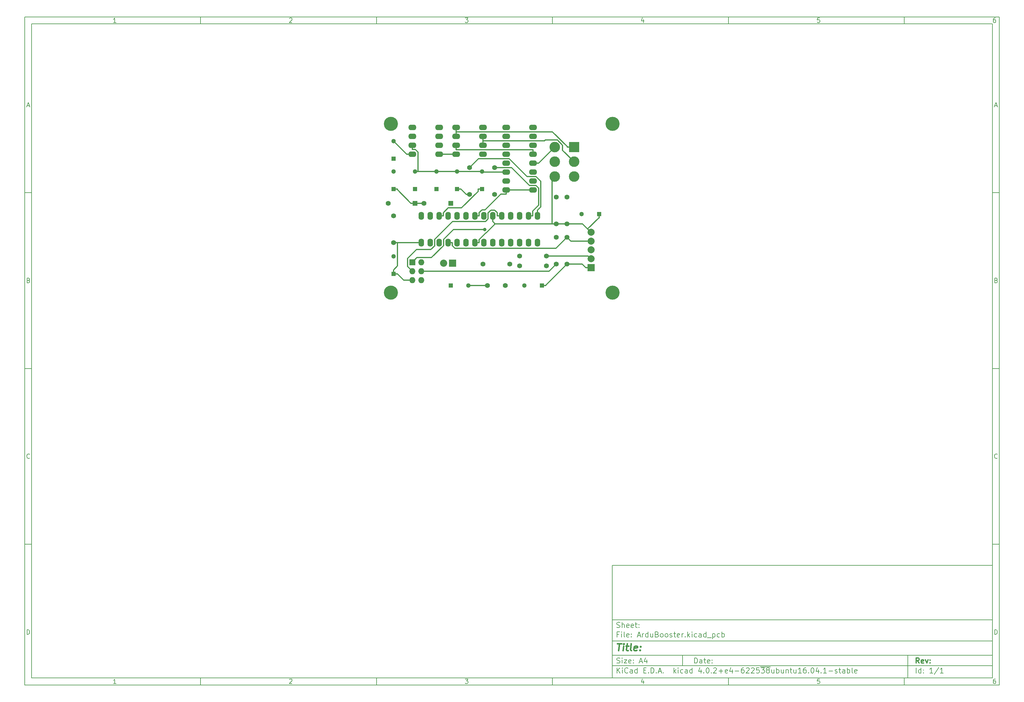
<source format=gtl>
G04 #@! TF.FileFunction,Copper,L1,Top,Signal*
%FSLAX46Y46*%
G04 Gerber Fmt 4.6, Leading zero omitted, Abs format (unit mm)*
G04 Created by KiCad (PCBNEW 4.0.2+e4-6225~38~ubuntu16.04.1-stable) date Sex 26 Ago 2016 11:34:32 BRT*
%MOMM*%
G01*
G04 APERTURE LIST*
%ADD10C,0.100000*%
%ADD11C,0.150000*%
%ADD12C,0.300000*%
%ADD13C,0.400000*%
%ADD14C,4.000000*%
%ADD15O,2.300000X1.600000*%
%ADD16R,1.300000X1.300000*%
%ADD17C,1.300000*%
%ADD18R,1.397000X1.397000*%
%ADD19C,1.397000*%
%ADD20O,1.600000X2.300000*%
%ADD21R,1.727200X1.727200*%
%ADD22O,1.727200X1.727200*%
%ADD23R,2.032000X2.032000*%
%ADD24O,2.032000X2.032000*%
%ADD25R,2.000000X2.000000*%
%ADD26C,2.000000*%
%ADD27R,3.000000X3.000000*%
%ADD28C,3.000000*%
%ADD29C,1.422400*%
%ADD30C,1.000000*%
G04 APERTURE END LIST*
D10*
D11*
X177002200Y-166007200D02*
X177002200Y-198007200D01*
X285002200Y-198007200D01*
X285002200Y-166007200D01*
X177002200Y-166007200D01*
D10*
D11*
X10000000Y-10000000D02*
X10000000Y-200007200D01*
X287002200Y-200007200D01*
X287002200Y-10000000D01*
X10000000Y-10000000D01*
D10*
D11*
X12000000Y-12000000D02*
X12000000Y-198007200D01*
X285002200Y-198007200D01*
X285002200Y-12000000D01*
X12000000Y-12000000D01*
D10*
D11*
X60000000Y-12000000D02*
X60000000Y-10000000D01*
D10*
D11*
X110000000Y-12000000D02*
X110000000Y-10000000D01*
D10*
D11*
X160000000Y-12000000D02*
X160000000Y-10000000D01*
D10*
D11*
X210000000Y-12000000D02*
X210000000Y-10000000D01*
D10*
D11*
X260000000Y-12000000D02*
X260000000Y-10000000D01*
D10*
D11*
X35990476Y-11588095D02*
X35247619Y-11588095D01*
X35619048Y-11588095D02*
X35619048Y-10288095D01*
X35495238Y-10473810D01*
X35371429Y-10597619D01*
X35247619Y-10659524D01*
D10*
D11*
X85247619Y-10411905D02*
X85309524Y-10350000D01*
X85433333Y-10288095D01*
X85742857Y-10288095D01*
X85866667Y-10350000D01*
X85928571Y-10411905D01*
X85990476Y-10535714D01*
X85990476Y-10659524D01*
X85928571Y-10845238D01*
X85185714Y-11588095D01*
X85990476Y-11588095D01*
D10*
D11*
X135185714Y-10288095D02*
X135990476Y-10288095D01*
X135557143Y-10783333D01*
X135742857Y-10783333D01*
X135866667Y-10845238D01*
X135928571Y-10907143D01*
X135990476Y-11030952D01*
X135990476Y-11340476D01*
X135928571Y-11464286D01*
X135866667Y-11526190D01*
X135742857Y-11588095D01*
X135371429Y-11588095D01*
X135247619Y-11526190D01*
X135185714Y-11464286D01*
D10*
D11*
X185866667Y-10721429D02*
X185866667Y-11588095D01*
X185557143Y-10226190D02*
X185247619Y-11154762D01*
X186052381Y-11154762D01*
D10*
D11*
X235928571Y-10288095D02*
X235309524Y-10288095D01*
X235247619Y-10907143D01*
X235309524Y-10845238D01*
X235433333Y-10783333D01*
X235742857Y-10783333D01*
X235866667Y-10845238D01*
X235928571Y-10907143D01*
X235990476Y-11030952D01*
X235990476Y-11340476D01*
X235928571Y-11464286D01*
X235866667Y-11526190D01*
X235742857Y-11588095D01*
X235433333Y-11588095D01*
X235309524Y-11526190D01*
X235247619Y-11464286D01*
D10*
D11*
X285866667Y-10288095D02*
X285619048Y-10288095D01*
X285495238Y-10350000D01*
X285433333Y-10411905D01*
X285309524Y-10597619D01*
X285247619Y-10845238D01*
X285247619Y-11340476D01*
X285309524Y-11464286D01*
X285371429Y-11526190D01*
X285495238Y-11588095D01*
X285742857Y-11588095D01*
X285866667Y-11526190D01*
X285928571Y-11464286D01*
X285990476Y-11340476D01*
X285990476Y-11030952D01*
X285928571Y-10907143D01*
X285866667Y-10845238D01*
X285742857Y-10783333D01*
X285495238Y-10783333D01*
X285371429Y-10845238D01*
X285309524Y-10907143D01*
X285247619Y-11030952D01*
D10*
D11*
X60000000Y-198007200D02*
X60000000Y-200007200D01*
D10*
D11*
X110000000Y-198007200D02*
X110000000Y-200007200D01*
D10*
D11*
X160000000Y-198007200D02*
X160000000Y-200007200D01*
D10*
D11*
X210000000Y-198007200D02*
X210000000Y-200007200D01*
D10*
D11*
X260000000Y-198007200D02*
X260000000Y-200007200D01*
D10*
D11*
X35990476Y-199595295D02*
X35247619Y-199595295D01*
X35619048Y-199595295D02*
X35619048Y-198295295D01*
X35495238Y-198481010D01*
X35371429Y-198604819D01*
X35247619Y-198666724D01*
D10*
D11*
X85247619Y-198419105D02*
X85309524Y-198357200D01*
X85433333Y-198295295D01*
X85742857Y-198295295D01*
X85866667Y-198357200D01*
X85928571Y-198419105D01*
X85990476Y-198542914D01*
X85990476Y-198666724D01*
X85928571Y-198852438D01*
X85185714Y-199595295D01*
X85990476Y-199595295D01*
D10*
D11*
X135185714Y-198295295D02*
X135990476Y-198295295D01*
X135557143Y-198790533D01*
X135742857Y-198790533D01*
X135866667Y-198852438D01*
X135928571Y-198914343D01*
X135990476Y-199038152D01*
X135990476Y-199347676D01*
X135928571Y-199471486D01*
X135866667Y-199533390D01*
X135742857Y-199595295D01*
X135371429Y-199595295D01*
X135247619Y-199533390D01*
X135185714Y-199471486D01*
D10*
D11*
X185866667Y-198728629D02*
X185866667Y-199595295D01*
X185557143Y-198233390D02*
X185247619Y-199161962D01*
X186052381Y-199161962D01*
D10*
D11*
X235928571Y-198295295D02*
X235309524Y-198295295D01*
X235247619Y-198914343D01*
X235309524Y-198852438D01*
X235433333Y-198790533D01*
X235742857Y-198790533D01*
X235866667Y-198852438D01*
X235928571Y-198914343D01*
X235990476Y-199038152D01*
X235990476Y-199347676D01*
X235928571Y-199471486D01*
X235866667Y-199533390D01*
X235742857Y-199595295D01*
X235433333Y-199595295D01*
X235309524Y-199533390D01*
X235247619Y-199471486D01*
D10*
D11*
X285866667Y-198295295D02*
X285619048Y-198295295D01*
X285495238Y-198357200D01*
X285433333Y-198419105D01*
X285309524Y-198604819D01*
X285247619Y-198852438D01*
X285247619Y-199347676D01*
X285309524Y-199471486D01*
X285371429Y-199533390D01*
X285495238Y-199595295D01*
X285742857Y-199595295D01*
X285866667Y-199533390D01*
X285928571Y-199471486D01*
X285990476Y-199347676D01*
X285990476Y-199038152D01*
X285928571Y-198914343D01*
X285866667Y-198852438D01*
X285742857Y-198790533D01*
X285495238Y-198790533D01*
X285371429Y-198852438D01*
X285309524Y-198914343D01*
X285247619Y-199038152D01*
D10*
D11*
X10000000Y-60000000D02*
X12000000Y-60000000D01*
D10*
D11*
X10000000Y-110000000D02*
X12000000Y-110000000D01*
D10*
D11*
X10000000Y-160000000D02*
X12000000Y-160000000D01*
D10*
D11*
X10690476Y-35216667D02*
X11309524Y-35216667D01*
X10566667Y-35588095D02*
X11000000Y-34288095D01*
X11433333Y-35588095D01*
D10*
D11*
X11092857Y-84907143D02*
X11278571Y-84969048D01*
X11340476Y-85030952D01*
X11402381Y-85154762D01*
X11402381Y-85340476D01*
X11340476Y-85464286D01*
X11278571Y-85526190D01*
X11154762Y-85588095D01*
X10659524Y-85588095D01*
X10659524Y-84288095D01*
X11092857Y-84288095D01*
X11216667Y-84350000D01*
X11278571Y-84411905D01*
X11340476Y-84535714D01*
X11340476Y-84659524D01*
X11278571Y-84783333D01*
X11216667Y-84845238D01*
X11092857Y-84907143D01*
X10659524Y-84907143D01*
D10*
D11*
X11402381Y-135464286D02*
X11340476Y-135526190D01*
X11154762Y-135588095D01*
X11030952Y-135588095D01*
X10845238Y-135526190D01*
X10721429Y-135402381D01*
X10659524Y-135278571D01*
X10597619Y-135030952D01*
X10597619Y-134845238D01*
X10659524Y-134597619D01*
X10721429Y-134473810D01*
X10845238Y-134350000D01*
X11030952Y-134288095D01*
X11154762Y-134288095D01*
X11340476Y-134350000D01*
X11402381Y-134411905D01*
D10*
D11*
X10659524Y-185588095D02*
X10659524Y-184288095D01*
X10969048Y-184288095D01*
X11154762Y-184350000D01*
X11278571Y-184473810D01*
X11340476Y-184597619D01*
X11402381Y-184845238D01*
X11402381Y-185030952D01*
X11340476Y-185278571D01*
X11278571Y-185402381D01*
X11154762Y-185526190D01*
X10969048Y-185588095D01*
X10659524Y-185588095D01*
D10*
D11*
X287002200Y-60000000D02*
X285002200Y-60000000D01*
D10*
D11*
X287002200Y-110000000D02*
X285002200Y-110000000D01*
D10*
D11*
X287002200Y-160000000D02*
X285002200Y-160000000D01*
D10*
D11*
X285692676Y-35216667D02*
X286311724Y-35216667D01*
X285568867Y-35588095D02*
X286002200Y-34288095D01*
X286435533Y-35588095D01*
D10*
D11*
X286095057Y-84907143D02*
X286280771Y-84969048D01*
X286342676Y-85030952D01*
X286404581Y-85154762D01*
X286404581Y-85340476D01*
X286342676Y-85464286D01*
X286280771Y-85526190D01*
X286156962Y-85588095D01*
X285661724Y-85588095D01*
X285661724Y-84288095D01*
X286095057Y-84288095D01*
X286218867Y-84350000D01*
X286280771Y-84411905D01*
X286342676Y-84535714D01*
X286342676Y-84659524D01*
X286280771Y-84783333D01*
X286218867Y-84845238D01*
X286095057Y-84907143D01*
X285661724Y-84907143D01*
D10*
D11*
X286404581Y-135464286D02*
X286342676Y-135526190D01*
X286156962Y-135588095D01*
X286033152Y-135588095D01*
X285847438Y-135526190D01*
X285723629Y-135402381D01*
X285661724Y-135278571D01*
X285599819Y-135030952D01*
X285599819Y-134845238D01*
X285661724Y-134597619D01*
X285723629Y-134473810D01*
X285847438Y-134350000D01*
X286033152Y-134288095D01*
X286156962Y-134288095D01*
X286342676Y-134350000D01*
X286404581Y-134411905D01*
D10*
D11*
X285661724Y-185588095D02*
X285661724Y-184288095D01*
X285971248Y-184288095D01*
X286156962Y-184350000D01*
X286280771Y-184473810D01*
X286342676Y-184597619D01*
X286404581Y-184845238D01*
X286404581Y-185030952D01*
X286342676Y-185278571D01*
X286280771Y-185402381D01*
X286156962Y-185526190D01*
X285971248Y-185588095D01*
X285661724Y-185588095D01*
D10*
D11*
X200359343Y-193785771D02*
X200359343Y-192285771D01*
X200716486Y-192285771D01*
X200930771Y-192357200D01*
X201073629Y-192500057D01*
X201145057Y-192642914D01*
X201216486Y-192928629D01*
X201216486Y-193142914D01*
X201145057Y-193428629D01*
X201073629Y-193571486D01*
X200930771Y-193714343D01*
X200716486Y-193785771D01*
X200359343Y-193785771D01*
X202502200Y-193785771D02*
X202502200Y-193000057D01*
X202430771Y-192857200D01*
X202287914Y-192785771D01*
X202002200Y-192785771D01*
X201859343Y-192857200D01*
X202502200Y-193714343D02*
X202359343Y-193785771D01*
X202002200Y-193785771D01*
X201859343Y-193714343D01*
X201787914Y-193571486D01*
X201787914Y-193428629D01*
X201859343Y-193285771D01*
X202002200Y-193214343D01*
X202359343Y-193214343D01*
X202502200Y-193142914D01*
X203002200Y-192785771D02*
X203573629Y-192785771D01*
X203216486Y-192285771D02*
X203216486Y-193571486D01*
X203287914Y-193714343D01*
X203430772Y-193785771D01*
X203573629Y-193785771D01*
X204645057Y-193714343D02*
X204502200Y-193785771D01*
X204216486Y-193785771D01*
X204073629Y-193714343D01*
X204002200Y-193571486D01*
X204002200Y-193000057D01*
X204073629Y-192857200D01*
X204216486Y-192785771D01*
X204502200Y-192785771D01*
X204645057Y-192857200D01*
X204716486Y-193000057D01*
X204716486Y-193142914D01*
X204002200Y-193285771D01*
X205359343Y-193642914D02*
X205430771Y-193714343D01*
X205359343Y-193785771D01*
X205287914Y-193714343D01*
X205359343Y-193642914D01*
X205359343Y-193785771D01*
X205359343Y-192857200D02*
X205430771Y-192928629D01*
X205359343Y-193000057D01*
X205287914Y-192928629D01*
X205359343Y-192857200D01*
X205359343Y-193000057D01*
D10*
D11*
X177002200Y-194507200D02*
X285002200Y-194507200D01*
D10*
D11*
X178359343Y-196585771D02*
X178359343Y-195085771D01*
X179216486Y-196585771D02*
X178573629Y-195728629D01*
X179216486Y-195085771D02*
X178359343Y-195942914D01*
X179859343Y-196585771D02*
X179859343Y-195585771D01*
X179859343Y-195085771D02*
X179787914Y-195157200D01*
X179859343Y-195228629D01*
X179930771Y-195157200D01*
X179859343Y-195085771D01*
X179859343Y-195228629D01*
X181430772Y-196442914D02*
X181359343Y-196514343D01*
X181145057Y-196585771D01*
X181002200Y-196585771D01*
X180787915Y-196514343D01*
X180645057Y-196371486D01*
X180573629Y-196228629D01*
X180502200Y-195942914D01*
X180502200Y-195728629D01*
X180573629Y-195442914D01*
X180645057Y-195300057D01*
X180787915Y-195157200D01*
X181002200Y-195085771D01*
X181145057Y-195085771D01*
X181359343Y-195157200D01*
X181430772Y-195228629D01*
X182716486Y-196585771D02*
X182716486Y-195800057D01*
X182645057Y-195657200D01*
X182502200Y-195585771D01*
X182216486Y-195585771D01*
X182073629Y-195657200D01*
X182716486Y-196514343D02*
X182573629Y-196585771D01*
X182216486Y-196585771D01*
X182073629Y-196514343D01*
X182002200Y-196371486D01*
X182002200Y-196228629D01*
X182073629Y-196085771D01*
X182216486Y-196014343D01*
X182573629Y-196014343D01*
X182716486Y-195942914D01*
X184073629Y-196585771D02*
X184073629Y-195085771D01*
X184073629Y-196514343D02*
X183930772Y-196585771D01*
X183645058Y-196585771D01*
X183502200Y-196514343D01*
X183430772Y-196442914D01*
X183359343Y-196300057D01*
X183359343Y-195871486D01*
X183430772Y-195728629D01*
X183502200Y-195657200D01*
X183645058Y-195585771D01*
X183930772Y-195585771D01*
X184073629Y-195657200D01*
X185930772Y-195800057D02*
X186430772Y-195800057D01*
X186645058Y-196585771D02*
X185930772Y-196585771D01*
X185930772Y-195085771D01*
X186645058Y-195085771D01*
X187287915Y-196442914D02*
X187359343Y-196514343D01*
X187287915Y-196585771D01*
X187216486Y-196514343D01*
X187287915Y-196442914D01*
X187287915Y-196585771D01*
X188002201Y-196585771D02*
X188002201Y-195085771D01*
X188359344Y-195085771D01*
X188573629Y-195157200D01*
X188716487Y-195300057D01*
X188787915Y-195442914D01*
X188859344Y-195728629D01*
X188859344Y-195942914D01*
X188787915Y-196228629D01*
X188716487Y-196371486D01*
X188573629Y-196514343D01*
X188359344Y-196585771D01*
X188002201Y-196585771D01*
X189502201Y-196442914D02*
X189573629Y-196514343D01*
X189502201Y-196585771D01*
X189430772Y-196514343D01*
X189502201Y-196442914D01*
X189502201Y-196585771D01*
X190145058Y-196157200D02*
X190859344Y-196157200D01*
X190002201Y-196585771D02*
X190502201Y-195085771D01*
X191002201Y-196585771D01*
X191502201Y-196442914D02*
X191573629Y-196514343D01*
X191502201Y-196585771D01*
X191430772Y-196514343D01*
X191502201Y-196442914D01*
X191502201Y-196585771D01*
X194502201Y-196585771D02*
X194502201Y-195085771D01*
X194645058Y-196014343D02*
X195073629Y-196585771D01*
X195073629Y-195585771D02*
X194502201Y-196157200D01*
X195716487Y-196585771D02*
X195716487Y-195585771D01*
X195716487Y-195085771D02*
X195645058Y-195157200D01*
X195716487Y-195228629D01*
X195787915Y-195157200D01*
X195716487Y-195085771D01*
X195716487Y-195228629D01*
X197073630Y-196514343D02*
X196930773Y-196585771D01*
X196645059Y-196585771D01*
X196502201Y-196514343D01*
X196430773Y-196442914D01*
X196359344Y-196300057D01*
X196359344Y-195871486D01*
X196430773Y-195728629D01*
X196502201Y-195657200D01*
X196645059Y-195585771D01*
X196930773Y-195585771D01*
X197073630Y-195657200D01*
X198359344Y-196585771D02*
X198359344Y-195800057D01*
X198287915Y-195657200D01*
X198145058Y-195585771D01*
X197859344Y-195585771D01*
X197716487Y-195657200D01*
X198359344Y-196514343D02*
X198216487Y-196585771D01*
X197859344Y-196585771D01*
X197716487Y-196514343D01*
X197645058Y-196371486D01*
X197645058Y-196228629D01*
X197716487Y-196085771D01*
X197859344Y-196014343D01*
X198216487Y-196014343D01*
X198359344Y-195942914D01*
X199716487Y-196585771D02*
X199716487Y-195085771D01*
X199716487Y-196514343D02*
X199573630Y-196585771D01*
X199287916Y-196585771D01*
X199145058Y-196514343D01*
X199073630Y-196442914D01*
X199002201Y-196300057D01*
X199002201Y-195871486D01*
X199073630Y-195728629D01*
X199145058Y-195657200D01*
X199287916Y-195585771D01*
X199573630Y-195585771D01*
X199716487Y-195657200D01*
X202216487Y-195585771D02*
X202216487Y-196585771D01*
X201859344Y-195014343D02*
X201502201Y-196085771D01*
X202430773Y-196085771D01*
X203002201Y-196442914D02*
X203073629Y-196514343D01*
X203002201Y-196585771D01*
X202930772Y-196514343D01*
X203002201Y-196442914D01*
X203002201Y-196585771D01*
X204002201Y-195085771D02*
X204145058Y-195085771D01*
X204287915Y-195157200D01*
X204359344Y-195228629D01*
X204430773Y-195371486D01*
X204502201Y-195657200D01*
X204502201Y-196014343D01*
X204430773Y-196300057D01*
X204359344Y-196442914D01*
X204287915Y-196514343D01*
X204145058Y-196585771D01*
X204002201Y-196585771D01*
X203859344Y-196514343D01*
X203787915Y-196442914D01*
X203716487Y-196300057D01*
X203645058Y-196014343D01*
X203645058Y-195657200D01*
X203716487Y-195371486D01*
X203787915Y-195228629D01*
X203859344Y-195157200D01*
X204002201Y-195085771D01*
X205145058Y-196442914D02*
X205216486Y-196514343D01*
X205145058Y-196585771D01*
X205073629Y-196514343D01*
X205145058Y-196442914D01*
X205145058Y-196585771D01*
X205787915Y-195228629D02*
X205859344Y-195157200D01*
X206002201Y-195085771D01*
X206359344Y-195085771D01*
X206502201Y-195157200D01*
X206573630Y-195228629D01*
X206645058Y-195371486D01*
X206645058Y-195514343D01*
X206573630Y-195728629D01*
X205716487Y-196585771D01*
X206645058Y-196585771D01*
X207287915Y-196014343D02*
X208430772Y-196014343D01*
X207859343Y-196585771D02*
X207859343Y-195442914D01*
X209716486Y-196514343D02*
X209573629Y-196585771D01*
X209287915Y-196585771D01*
X209145058Y-196514343D01*
X209073629Y-196371486D01*
X209073629Y-195800057D01*
X209145058Y-195657200D01*
X209287915Y-195585771D01*
X209573629Y-195585771D01*
X209716486Y-195657200D01*
X209787915Y-195800057D01*
X209787915Y-195942914D01*
X209073629Y-196085771D01*
X211073629Y-195585771D02*
X211073629Y-196585771D01*
X210716486Y-195014343D02*
X210359343Y-196085771D01*
X211287915Y-196085771D01*
X211859343Y-196014343D02*
X213002200Y-196014343D01*
X214359343Y-195085771D02*
X214073629Y-195085771D01*
X213930772Y-195157200D01*
X213859343Y-195228629D01*
X213716486Y-195442914D01*
X213645057Y-195728629D01*
X213645057Y-196300057D01*
X213716486Y-196442914D01*
X213787914Y-196514343D01*
X213930772Y-196585771D01*
X214216486Y-196585771D01*
X214359343Y-196514343D01*
X214430772Y-196442914D01*
X214502200Y-196300057D01*
X214502200Y-195942914D01*
X214430772Y-195800057D01*
X214359343Y-195728629D01*
X214216486Y-195657200D01*
X213930772Y-195657200D01*
X213787914Y-195728629D01*
X213716486Y-195800057D01*
X213645057Y-195942914D01*
X215073628Y-195228629D02*
X215145057Y-195157200D01*
X215287914Y-195085771D01*
X215645057Y-195085771D01*
X215787914Y-195157200D01*
X215859343Y-195228629D01*
X215930771Y-195371486D01*
X215930771Y-195514343D01*
X215859343Y-195728629D01*
X215002200Y-196585771D01*
X215930771Y-196585771D01*
X216502199Y-195228629D02*
X216573628Y-195157200D01*
X216716485Y-195085771D01*
X217073628Y-195085771D01*
X217216485Y-195157200D01*
X217287914Y-195228629D01*
X217359342Y-195371486D01*
X217359342Y-195514343D01*
X217287914Y-195728629D01*
X216430771Y-196585771D01*
X217359342Y-196585771D01*
X218716485Y-195085771D02*
X218002199Y-195085771D01*
X217930770Y-195800057D01*
X218002199Y-195728629D01*
X218145056Y-195657200D01*
X218502199Y-195657200D01*
X218645056Y-195728629D01*
X218716485Y-195800057D01*
X218787913Y-195942914D01*
X218787913Y-196300057D01*
X218716485Y-196442914D01*
X218645056Y-196514343D01*
X218502199Y-196585771D01*
X218145056Y-196585771D01*
X218002199Y-196514343D01*
X217930770Y-196442914D01*
X219287913Y-195085771D02*
X220216484Y-195085771D01*
X219716484Y-195657200D01*
X219930770Y-195657200D01*
X220073627Y-195728629D01*
X220145056Y-195800057D01*
X220216484Y-195942914D01*
X220216484Y-196300057D01*
X220145056Y-196442914D01*
X220073627Y-196514343D01*
X219930770Y-196585771D01*
X219502198Y-196585771D01*
X219359341Y-196514343D01*
X219287913Y-196442914D01*
X221073627Y-195728629D02*
X220930769Y-195657200D01*
X220859341Y-195585771D01*
X220787912Y-195442914D01*
X220787912Y-195371486D01*
X220859341Y-195228629D01*
X220930769Y-195157200D01*
X221073627Y-195085771D01*
X221359341Y-195085771D01*
X221502198Y-195157200D01*
X221573627Y-195228629D01*
X221645055Y-195371486D01*
X221645055Y-195442914D01*
X221573627Y-195585771D01*
X221502198Y-195657200D01*
X221359341Y-195728629D01*
X221073627Y-195728629D01*
X220930769Y-195800057D01*
X220859341Y-195871486D01*
X220787912Y-196014343D01*
X220787912Y-196300057D01*
X220859341Y-196442914D01*
X220930769Y-196514343D01*
X221073627Y-196585771D01*
X221359341Y-196585771D01*
X221502198Y-196514343D01*
X221573627Y-196442914D01*
X221645055Y-196300057D01*
X221645055Y-196014343D01*
X221573627Y-195871486D01*
X221502198Y-195800057D01*
X221359341Y-195728629D01*
X219073627Y-194827200D02*
X221930769Y-194827200D01*
X222930769Y-195585771D02*
X222930769Y-196585771D01*
X222287912Y-195585771D02*
X222287912Y-196371486D01*
X222359340Y-196514343D01*
X222502198Y-196585771D01*
X222716483Y-196585771D01*
X222859340Y-196514343D01*
X222930769Y-196442914D01*
X223645055Y-196585771D02*
X223645055Y-195085771D01*
X223645055Y-195657200D02*
X223787912Y-195585771D01*
X224073626Y-195585771D01*
X224216483Y-195657200D01*
X224287912Y-195728629D01*
X224359341Y-195871486D01*
X224359341Y-196300057D01*
X224287912Y-196442914D01*
X224216483Y-196514343D01*
X224073626Y-196585771D01*
X223787912Y-196585771D01*
X223645055Y-196514343D01*
X225645055Y-195585771D02*
X225645055Y-196585771D01*
X225002198Y-195585771D02*
X225002198Y-196371486D01*
X225073626Y-196514343D01*
X225216484Y-196585771D01*
X225430769Y-196585771D01*
X225573626Y-196514343D01*
X225645055Y-196442914D01*
X226359341Y-195585771D02*
X226359341Y-196585771D01*
X226359341Y-195728629D02*
X226430769Y-195657200D01*
X226573627Y-195585771D01*
X226787912Y-195585771D01*
X226930769Y-195657200D01*
X227002198Y-195800057D01*
X227002198Y-196585771D01*
X227502198Y-195585771D02*
X228073627Y-195585771D01*
X227716484Y-195085771D02*
X227716484Y-196371486D01*
X227787912Y-196514343D01*
X227930770Y-196585771D01*
X228073627Y-196585771D01*
X229216484Y-195585771D02*
X229216484Y-196585771D01*
X228573627Y-195585771D02*
X228573627Y-196371486D01*
X228645055Y-196514343D01*
X228787913Y-196585771D01*
X229002198Y-196585771D01*
X229145055Y-196514343D01*
X229216484Y-196442914D01*
X230716484Y-196585771D02*
X229859341Y-196585771D01*
X230287913Y-196585771D02*
X230287913Y-195085771D01*
X230145056Y-195300057D01*
X230002198Y-195442914D01*
X229859341Y-195514343D01*
X232002198Y-195085771D02*
X231716484Y-195085771D01*
X231573627Y-195157200D01*
X231502198Y-195228629D01*
X231359341Y-195442914D01*
X231287912Y-195728629D01*
X231287912Y-196300057D01*
X231359341Y-196442914D01*
X231430769Y-196514343D01*
X231573627Y-196585771D01*
X231859341Y-196585771D01*
X232002198Y-196514343D01*
X232073627Y-196442914D01*
X232145055Y-196300057D01*
X232145055Y-195942914D01*
X232073627Y-195800057D01*
X232002198Y-195728629D01*
X231859341Y-195657200D01*
X231573627Y-195657200D01*
X231430769Y-195728629D01*
X231359341Y-195800057D01*
X231287912Y-195942914D01*
X232787912Y-196442914D02*
X232859340Y-196514343D01*
X232787912Y-196585771D01*
X232716483Y-196514343D01*
X232787912Y-196442914D01*
X232787912Y-196585771D01*
X233787912Y-195085771D02*
X233930769Y-195085771D01*
X234073626Y-195157200D01*
X234145055Y-195228629D01*
X234216484Y-195371486D01*
X234287912Y-195657200D01*
X234287912Y-196014343D01*
X234216484Y-196300057D01*
X234145055Y-196442914D01*
X234073626Y-196514343D01*
X233930769Y-196585771D01*
X233787912Y-196585771D01*
X233645055Y-196514343D01*
X233573626Y-196442914D01*
X233502198Y-196300057D01*
X233430769Y-196014343D01*
X233430769Y-195657200D01*
X233502198Y-195371486D01*
X233573626Y-195228629D01*
X233645055Y-195157200D01*
X233787912Y-195085771D01*
X235573626Y-195585771D02*
X235573626Y-196585771D01*
X235216483Y-195014343D02*
X234859340Y-196085771D01*
X235787912Y-196085771D01*
X236359340Y-196442914D02*
X236430768Y-196514343D01*
X236359340Y-196585771D01*
X236287911Y-196514343D01*
X236359340Y-196442914D01*
X236359340Y-196585771D01*
X237859340Y-196585771D02*
X237002197Y-196585771D01*
X237430769Y-196585771D02*
X237430769Y-195085771D01*
X237287912Y-195300057D01*
X237145054Y-195442914D01*
X237002197Y-195514343D01*
X238502197Y-196014343D02*
X239645054Y-196014343D01*
X240287911Y-196514343D02*
X240430768Y-196585771D01*
X240716483Y-196585771D01*
X240859340Y-196514343D01*
X240930768Y-196371486D01*
X240930768Y-196300057D01*
X240859340Y-196157200D01*
X240716483Y-196085771D01*
X240502197Y-196085771D01*
X240359340Y-196014343D01*
X240287911Y-195871486D01*
X240287911Y-195800057D01*
X240359340Y-195657200D01*
X240502197Y-195585771D01*
X240716483Y-195585771D01*
X240859340Y-195657200D01*
X241359340Y-195585771D02*
X241930769Y-195585771D01*
X241573626Y-195085771D02*
X241573626Y-196371486D01*
X241645054Y-196514343D01*
X241787912Y-196585771D01*
X241930769Y-196585771D01*
X243073626Y-196585771D02*
X243073626Y-195800057D01*
X243002197Y-195657200D01*
X242859340Y-195585771D01*
X242573626Y-195585771D01*
X242430769Y-195657200D01*
X243073626Y-196514343D02*
X242930769Y-196585771D01*
X242573626Y-196585771D01*
X242430769Y-196514343D01*
X242359340Y-196371486D01*
X242359340Y-196228629D01*
X242430769Y-196085771D01*
X242573626Y-196014343D01*
X242930769Y-196014343D01*
X243073626Y-195942914D01*
X243787912Y-196585771D02*
X243787912Y-195085771D01*
X243787912Y-195657200D02*
X243930769Y-195585771D01*
X244216483Y-195585771D01*
X244359340Y-195657200D01*
X244430769Y-195728629D01*
X244502198Y-195871486D01*
X244502198Y-196300057D01*
X244430769Y-196442914D01*
X244359340Y-196514343D01*
X244216483Y-196585771D01*
X243930769Y-196585771D01*
X243787912Y-196514343D01*
X245359341Y-196585771D02*
X245216483Y-196514343D01*
X245145055Y-196371486D01*
X245145055Y-195085771D01*
X246502197Y-196514343D02*
X246359340Y-196585771D01*
X246073626Y-196585771D01*
X245930769Y-196514343D01*
X245859340Y-196371486D01*
X245859340Y-195800057D01*
X245930769Y-195657200D01*
X246073626Y-195585771D01*
X246359340Y-195585771D01*
X246502197Y-195657200D01*
X246573626Y-195800057D01*
X246573626Y-195942914D01*
X245859340Y-196085771D01*
D10*
D11*
X177002200Y-191507200D02*
X285002200Y-191507200D01*
D10*
D12*
X264216486Y-193785771D02*
X263716486Y-193071486D01*
X263359343Y-193785771D02*
X263359343Y-192285771D01*
X263930771Y-192285771D01*
X264073629Y-192357200D01*
X264145057Y-192428629D01*
X264216486Y-192571486D01*
X264216486Y-192785771D01*
X264145057Y-192928629D01*
X264073629Y-193000057D01*
X263930771Y-193071486D01*
X263359343Y-193071486D01*
X265430771Y-193714343D02*
X265287914Y-193785771D01*
X265002200Y-193785771D01*
X264859343Y-193714343D01*
X264787914Y-193571486D01*
X264787914Y-193000057D01*
X264859343Y-192857200D01*
X265002200Y-192785771D01*
X265287914Y-192785771D01*
X265430771Y-192857200D01*
X265502200Y-193000057D01*
X265502200Y-193142914D01*
X264787914Y-193285771D01*
X266002200Y-192785771D02*
X266359343Y-193785771D01*
X266716485Y-192785771D01*
X267287914Y-193642914D02*
X267359342Y-193714343D01*
X267287914Y-193785771D01*
X267216485Y-193714343D01*
X267287914Y-193642914D01*
X267287914Y-193785771D01*
X267287914Y-192857200D02*
X267359342Y-192928629D01*
X267287914Y-193000057D01*
X267216485Y-192928629D01*
X267287914Y-192857200D01*
X267287914Y-193000057D01*
D10*
D11*
X178287914Y-193714343D02*
X178502200Y-193785771D01*
X178859343Y-193785771D01*
X179002200Y-193714343D01*
X179073629Y-193642914D01*
X179145057Y-193500057D01*
X179145057Y-193357200D01*
X179073629Y-193214343D01*
X179002200Y-193142914D01*
X178859343Y-193071486D01*
X178573629Y-193000057D01*
X178430771Y-192928629D01*
X178359343Y-192857200D01*
X178287914Y-192714343D01*
X178287914Y-192571486D01*
X178359343Y-192428629D01*
X178430771Y-192357200D01*
X178573629Y-192285771D01*
X178930771Y-192285771D01*
X179145057Y-192357200D01*
X179787914Y-193785771D02*
X179787914Y-192785771D01*
X179787914Y-192285771D02*
X179716485Y-192357200D01*
X179787914Y-192428629D01*
X179859342Y-192357200D01*
X179787914Y-192285771D01*
X179787914Y-192428629D01*
X180359343Y-192785771D02*
X181145057Y-192785771D01*
X180359343Y-193785771D01*
X181145057Y-193785771D01*
X182287914Y-193714343D02*
X182145057Y-193785771D01*
X181859343Y-193785771D01*
X181716486Y-193714343D01*
X181645057Y-193571486D01*
X181645057Y-193000057D01*
X181716486Y-192857200D01*
X181859343Y-192785771D01*
X182145057Y-192785771D01*
X182287914Y-192857200D01*
X182359343Y-193000057D01*
X182359343Y-193142914D01*
X181645057Y-193285771D01*
X183002200Y-193642914D02*
X183073628Y-193714343D01*
X183002200Y-193785771D01*
X182930771Y-193714343D01*
X183002200Y-193642914D01*
X183002200Y-193785771D01*
X183002200Y-192857200D02*
X183073628Y-192928629D01*
X183002200Y-193000057D01*
X182930771Y-192928629D01*
X183002200Y-192857200D01*
X183002200Y-193000057D01*
X184787914Y-193357200D02*
X185502200Y-193357200D01*
X184645057Y-193785771D02*
X185145057Y-192285771D01*
X185645057Y-193785771D01*
X186787914Y-192785771D02*
X186787914Y-193785771D01*
X186430771Y-192214343D02*
X186073628Y-193285771D01*
X187002200Y-193285771D01*
D10*
D11*
X263359343Y-196585771D02*
X263359343Y-195085771D01*
X264716486Y-196585771D02*
X264716486Y-195085771D01*
X264716486Y-196514343D02*
X264573629Y-196585771D01*
X264287915Y-196585771D01*
X264145057Y-196514343D01*
X264073629Y-196442914D01*
X264002200Y-196300057D01*
X264002200Y-195871486D01*
X264073629Y-195728629D01*
X264145057Y-195657200D01*
X264287915Y-195585771D01*
X264573629Y-195585771D01*
X264716486Y-195657200D01*
X265430772Y-196442914D02*
X265502200Y-196514343D01*
X265430772Y-196585771D01*
X265359343Y-196514343D01*
X265430772Y-196442914D01*
X265430772Y-196585771D01*
X265430772Y-195657200D02*
X265502200Y-195728629D01*
X265430772Y-195800057D01*
X265359343Y-195728629D01*
X265430772Y-195657200D01*
X265430772Y-195800057D01*
X268073629Y-196585771D02*
X267216486Y-196585771D01*
X267645058Y-196585771D02*
X267645058Y-195085771D01*
X267502201Y-195300057D01*
X267359343Y-195442914D01*
X267216486Y-195514343D01*
X269787914Y-195014343D02*
X268502200Y-196942914D01*
X271073629Y-196585771D02*
X270216486Y-196585771D01*
X270645058Y-196585771D02*
X270645058Y-195085771D01*
X270502201Y-195300057D01*
X270359343Y-195442914D01*
X270216486Y-195514343D01*
D10*
D11*
X177002200Y-187507200D02*
X285002200Y-187507200D01*
D10*
D13*
X178454581Y-188211962D02*
X179597438Y-188211962D01*
X178776010Y-190211962D02*
X179026010Y-188211962D01*
X180014105Y-190211962D02*
X180180771Y-188878629D01*
X180264105Y-188211962D02*
X180156962Y-188307200D01*
X180240295Y-188402438D01*
X180347439Y-188307200D01*
X180264105Y-188211962D01*
X180240295Y-188402438D01*
X180847438Y-188878629D02*
X181609343Y-188878629D01*
X181216486Y-188211962D02*
X181002200Y-189926248D01*
X181073630Y-190116724D01*
X181252201Y-190211962D01*
X181442677Y-190211962D01*
X182395058Y-190211962D02*
X182216487Y-190116724D01*
X182145057Y-189926248D01*
X182359343Y-188211962D01*
X183930772Y-190116724D02*
X183728391Y-190211962D01*
X183347439Y-190211962D01*
X183168867Y-190116724D01*
X183097438Y-189926248D01*
X183192676Y-189164343D01*
X183311724Y-188973867D01*
X183514105Y-188878629D01*
X183895057Y-188878629D01*
X184073629Y-188973867D01*
X184145057Y-189164343D01*
X184121248Y-189354819D01*
X183145057Y-189545295D01*
X184895057Y-190021486D02*
X184978392Y-190116724D01*
X184871248Y-190211962D01*
X184787915Y-190116724D01*
X184895057Y-190021486D01*
X184871248Y-190211962D01*
X185026010Y-188973867D02*
X185109344Y-189069105D01*
X185002200Y-189164343D01*
X184918867Y-189069105D01*
X185026010Y-188973867D01*
X185002200Y-189164343D01*
D10*
D11*
X178859343Y-185600057D02*
X178359343Y-185600057D01*
X178359343Y-186385771D02*
X178359343Y-184885771D01*
X179073629Y-184885771D01*
X179645057Y-186385771D02*
X179645057Y-185385771D01*
X179645057Y-184885771D02*
X179573628Y-184957200D01*
X179645057Y-185028629D01*
X179716485Y-184957200D01*
X179645057Y-184885771D01*
X179645057Y-185028629D01*
X180573629Y-186385771D02*
X180430771Y-186314343D01*
X180359343Y-186171486D01*
X180359343Y-184885771D01*
X181716485Y-186314343D02*
X181573628Y-186385771D01*
X181287914Y-186385771D01*
X181145057Y-186314343D01*
X181073628Y-186171486D01*
X181073628Y-185600057D01*
X181145057Y-185457200D01*
X181287914Y-185385771D01*
X181573628Y-185385771D01*
X181716485Y-185457200D01*
X181787914Y-185600057D01*
X181787914Y-185742914D01*
X181073628Y-185885771D01*
X182430771Y-186242914D02*
X182502199Y-186314343D01*
X182430771Y-186385771D01*
X182359342Y-186314343D01*
X182430771Y-186242914D01*
X182430771Y-186385771D01*
X182430771Y-185457200D02*
X182502199Y-185528629D01*
X182430771Y-185600057D01*
X182359342Y-185528629D01*
X182430771Y-185457200D01*
X182430771Y-185600057D01*
X184216485Y-185957200D02*
X184930771Y-185957200D01*
X184073628Y-186385771D02*
X184573628Y-184885771D01*
X185073628Y-186385771D01*
X185573628Y-186385771D02*
X185573628Y-185385771D01*
X185573628Y-185671486D02*
X185645056Y-185528629D01*
X185716485Y-185457200D01*
X185859342Y-185385771D01*
X186002199Y-185385771D01*
X187145056Y-186385771D02*
X187145056Y-184885771D01*
X187145056Y-186314343D02*
X187002199Y-186385771D01*
X186716485Y-186385771D01*
X186573627Y-186314343D01*
X186502199Y-186242914D01*
X186430770Y-186100057D01*
X186430770Y-185671486D01*
X186502199Y-185528629D01*
X186573627Y-185457200D01*
X186716485Y-185385771D01*
X187002199Y-185385771D01*
X187145056Y-185457200D01*
X188502199Y-185385771D02*
X188502199Y-186385771D01*
X187859342Y-185385771D02*
X187859342Y-186171486D01*
X187930770Y-186314343D01*
X188073628Y-186385771D01*
X188287913Y-186385771D01*
X188430770Y-186314343D01*
X188502199Y-186242914D01*
X189716485Y-185600057D02*
X189930771Y-185671486D01*
X190002199Y-185742914D01*
X190073628Y-185885771D01*
X190073628Y-186100057D01*
X190002199Y-186242914D01*
X189930771Y-186314343D01*
X189787913Y-186385771D01*
X189216485Y-186385771D01*
X189216485Y-184885771D01*
X189716485Y-184885771D01*
X189859342Y-184957200D01*
X189930771Y-185028629D01*
X190002199Y-185171486D01*
X190002199Y-185314343D01*
X189930771Y-185457200D01*
X189859342Y-185528629D01*
X189716485Y-185600057D01*
X189216485Y-185600057D01*
X190930771Y-186385771D02*
X190787913Y-186314343D01*
X190716485Y-186242914D01*
X190645056Y-186100057D01*
X190645056Y-185671486D01*
X190716485Y-185528629D01*
X190787913Y-185457200D01*
X190930771Y-185385771D01*
X191145056Y-185385771D01*
X191287913Y-185457200D01*
X191359342Y-185528629D01*
X191430771Y-185671486D01*
X191430771Y-186100057D01*
X191359342Y-186242914D01*
X191287913Y-186314343D01*
X191145056Y-186385771D01*
X190930771Y-186385771D01*
X192287914Y-186385771D02*
X192145056Y-186314343D01*
X192073628Y-186242914D01*
X192002199Y-186100057D01*
X192002199Y-185671486D01*
X192073628Y-185528629D01*
X192145056Y-185457200D01*
X192287914Y-185385771D01*
X192502199Y-185385771D01*
X192645056Y-185457200D01*
X192716485Y-185528629D01*
X192787914Y-185671486D01*
X192787914Y-186100057D01*
X192716485Y-186242914D01*
X192645056Y-186314343D01*
X192502199Y-186385771D01*
X192287914Y-186385771D01*
X193359342Y-186314343D02*
X193502199Y-186385771D01*
X193787914Y-186385771D01*
X193930771Y-186314343D01*
X194002199Y-186171486D01*
X194002199Y-186100057D01*
X193930771Y-185957200D01*
X193787914Y-185885771D01*
X193573628Y-185885771D01*
X193430771Y-185814343D01*
X193359342Y-185671486D01*
X193359342Y-185600057D01*
X193430771Y-185457200D01*
X193573628Y-185385771D01*
X193787914Y-185385771D01*
X193930771Y-185457200D01*
X194430771Y-185385771D02*
X195002200Y-185385771D01*
X194645057Y-184885771D02*
X194645057Y-186171486D01*
X194716485Y-186314343D01*
X194859343Y-186385771D01*
X195002200Y-186385771D01*
X196073628Y-186314343D02*
X195930771Y-186385771D01*
X195645057Y-186385771D01*
X195502200Y-186314343D01*
X195430771Y-186171486D01*
X195430771Y-185600057D01*
X195502200Y-185457200D01*
X195645057Y-185385771D01*
X195930771Y-185385771D01*
X196073628Y-185457200D01*
X196145057Y-185600057D01*
X196145057Y-185742914D01*
X195430771Y-185885771D01*
X196787914Y-186385771D02*
X196787914Y-185385771D01*
X196787914Y-185671486D02*
X196859342Y-185528629D01*
X196930771Y-185457200D01*
X197073628Y-185385771D01*
X197216485Y-185385771D01*
X197716485Y-186242914D02*
X197787913Y-186314343D01*
X197716485Y-186385771D01*
X197645056Y-186314343D01*
X197716485Y-186242914D01*
X197716485Y-186385771D01*
X198430771Y-186385771D02*
X198430771Y-184885771D01*
X198573628Y-185814343D02*
X199002199Y-186385771D01*
X199002199Y-185385771D02*
X198430771Y-185957200D01*
X199645057Y-186385771D02*
X199645057Y-185385771D01*
X199645057Y-184885771D02*
X199573628Y-184957200D01*
X199645057Y-185028629D01*
X199716485Y-184957200D01*
X199645057Y-184885771D01*
X199645057Y-185028629D01*
X201002200Y-186314343D02*
X200859343Y-186385771D01*
X200573629Y-186385771D01*
X200430771Y-186314343D01*
X200359343Y-186242914D01*
X200287914Y-186100057D01*
X200287914Y-185671486D01*
X200359343Y-185528629D01*
X200430771Y-185457200D01*
X200573629Y-185385771D01*
X200859343Y-185385771D01*
X201002200Y-185457200D01*
X202287914Y-186385771D02*
X202287914Y-185600057D01*
X202216485Y-185457200D01*
X202073628Y-185385771D01*
X201787914Y-185385771D01*
X201645057Y-185457200D01*
X202287914Y-186314343D02*
X202145057Y-186385771D01*
X201787914Y-186385771D01*
X201645057Y-186314343D01*
X201573628Y-186171486D01*
X201573628Y-186028629D01*
X201645057Y-185885771D01*
X201787914Y-185814343D01*
X202145057Y-185814343D01*
X202287914Y-185742914D01*
X203645057Y-186385771D02*
X203645057Y-184885771D01*
X203645057Y-186314343D02*
X203502200Y-186385771D01*
X203216486Y-186385771D01*
X203073628Y-186314343D01*
X203002200Y-186242914D01*
X202930771Y-186100057D01*
X202930771Y-185671486D01*
X203002200Y-185528629D01*
X203073628Y-185457200D01*
X203216486Y-185385771D01*
X203502200Y-185385771D01*
X203645057Y-185457200D01*
X204002200Y-186528629D02*
X205145057Y-186528629D01*
X205502200Y-185385771D02*
X205502200Y-186885771D01*
X205502200Y-185457200D02*
X205645057Y-185385771D01*
X205930771Y-185385771D01*
X206073628Y-185457200D01*
X206145057Y-185528629D01*
X206216486Y-185671486D01*
X206216486Y-186100057D01*
X206145057Y-186242914D01*
X206073628Y-186314343D01*
X205930771Y-186385771D01*
X205645057Y-186385771D01*
X205502200Y-186314343D01*
X207502200Y-186314343D02*
X207359343Y-186385771D01*
X207073629Y-186385771D01*
X206930771Y-186314343D01*
X206859343Y-186242914D01*
X206787914Y-186100057D01*
X206787914Y-185671486D01*
X206859343Y-185528629D01*
X206930771Y-185457200D01*
X207073629Y-185385771D01*
X207359343Y-185385771D01*
X207502200Y-185457200D01*
X208145057Y-186385771D02*
X208145057Y-184885771D01*
X208145057Y-185457200D02*
X208287914Y-185385771D01*
X208573628Y-185385771D01*
X208716485Y-185457200D01*
X208787914Y-185528629D01*
X208859343Y-185671486D01*
X208859343Y-186100057D01*
X208787914Y-186242914D01*
X208716485Y-186314343D01*
X208573628Y-186385771D01*
X208287914Y-186385771D01*
X208145057Y-186314343D01*
D10*
D11*
X177002200Y-181507200D02*
X285002200Y-181507200D01*
D10*
D11*
X178287914Y-183614343D02*
X178502200Y-183685771D01*
X178859343Y-183685771D01*
X179002200Y-183614343D01*
X179073629Y-183542914D01*
X179145057Y-183400057D01*
X179145057Y-183257200D01*
X179073629Y-183114343D01*
X179002200Y-183042914D01*
X178859343Y-182971486D01*
X178573629Y-182900057D01*
X178430771Y-182828629D01*
X178359343Y-182757200D01*
X178287914Y-182614343D01*
X178287914Y-182471486D01*
X178359343Y-182328629D01*
X178430771Y-182257200D01*
X178573629Y-182185771D01*
X178930771Y-182185771D01*
X179145057Y-182257200D01*
X179787914Y-183685771D02*
X179787914Y-182185771D01*
X180430771Y-183685771D02*
X180430771Y-182900057D01*
X180359342Y-182757200D01*
X180216485Y-182685771D01*
X180002200Y-182685771D01*
X179859342Y-182757200D01*
X179787914Y-182828629D01*
X181716485Y-183614343D02*
X181573628Y-183685771D01*
X181287914Y-183685771D01*
X181145057Y-183614343D01*
X181073628Y-183471486D01*
X181073628Y-182900057D01*
X181145057Y-182757200D01*
X181287914Y-182685771D01*
X181573628Y-182685771D01*
X181716485Y-182757200D01*
X181787914Y-182900057D01*
X181787914Y-183042914D01*
X181073628Y-183185771D01*
X183002199Y-183614343D02*
X182859342Y-183685771D01*
X182573628Y-183685771D01*
X182430771Y-183614343D01*
X182359342Y-183471486D01*
X182359342Y-182900057D01*
X182430771Y-182757200D01*
X182573628Y-182685771D01*
X182859342Y-182685771D01*
X183002199Y-182757200D01*
X183073628Y-182900057D01*
X183073628Y-183042914D01*
X182359342Y-183185771D01*
X183502199Y-182685771D02*
X184073628Y-182685771D01*
X183716485Y-182185771D02*
X183716485Y-183471486D01*
X183787913Y-183614343D01*
X183930771Y-183685771D01*
X184073628Y-183685771D01*
X184573628Y-183542914D02*
X184645056Y-183614343D01*
X184573628Y-183685771D01*
X184502199Y-183614343D01*
X184573628Y-183542914D01*
X184573628Y-183685771D01*
X184573628Y-182757200D02*
X184645056Y-182828629D01*
X184573628Y-182900057D01*
X184502199Y-182828629D01*
X184573628Y-182757200D01*
X184573628Y-182900057D01*
D10*
D11*
X197002200Y-191507200D02*
X197002200Y-194507200D01*
D10*
D11*
X261002200Y-191507200D02*
X261002200Y-198007200D01*
D14*
X114046000Y-40386000D03*
X177038000Y-40386000D03*
X177038000Y-88392000D03*
X114046000Y-88392000D03*
D15*
X120142000Y-41402000D03*
X120142000Y-43942000D03*
X120142000Y-46482000D03*
X120142000Y-49022000D03*
X127762000Y-49022000D03*
X127762000Y-46482000D03*
X127762000Y-43942000D03*
X127762000Y-41402000D03*
D16*
X114808000Y-50292000D03*
D17*
X114808000Y-45292000D03*
D16*
X114808000Y-58928000D03*
D17*
X114808000Y-53928000D03*
D16*
X120904000Y-58928000D03*
D17*
X120904000Y-53928000D03*
D16*
X127000000Y-58928000D03*
D17*
X127000000Y-53928000D03*
D16*
X131064000Y-86360000D03*
D17*
X136064000Y-86360000D03*
D16*
X156972000Y-86360000D03*
D17*
X151972000Y-86360000D03*
D16*
X114808000Y-83058000D03*
D17*
X114808000Y-78058000D03*
D16*
X139954000Y-58928000D03*
D17*
X139954000Y-53928000D03*
D16*
X132842000Y-58928000D03*
D17*
X132842000Y-53928000D03*
D16*
X173228000Y-66040000D03*
D17*
X168228000Y-66040000D03*
D18*
X120904000Y-62992000D03*
D19*
X113284000Y-62992000D03*
D18*
X131064000Y-62992000D03*
D19*
X123444000Y-62992000D03*
D20*
X122682000Y-74168000D03*
X125222000Y-74168000D03*
X127762000Y-74168000D03*
X130302000Y-74168000D03*
X132842000Y-74168000D03*
X135382000Y-74168000D03*
X137922000Y-74168000D03*
X140462000Y-74168000D03*
X143002000Y-74168000D03*
X145542000Y-74168000D03*
X148082000Y-74168000D03*
X150622000Y-74168000D03*
X153162000Y-74168000D03*
X155702000Y-74168000D03*
X155702000Y-66548000D03*
X153162000Y-66548000D03*
X150622000Y-66548000D03*
X148082000Y-66548000D03*
X145542000Y-66548000D03*
X143002000Y-66548000D03*
X140462000Y-66548000D03*
X137922000Y-66548000D03*
X135382000Y-66548000D03*
X132842000Y-66548000D03*
X130302000Y-66548000D03*
X127762000Y-66548000D03*
X125222000Y-66548000D03*
X122682000Y-66548000D03*
D21*
X120142000Y-79756000D03*
D22*
X122682000Y-79756000D03*
X120142000Y-82296000D03*
X122682000Y-82296000D03*
X120142000Y-84836000D03*
X122682000Y-84836000D03*
D23*
X131572000Y-80010000D03*
D24*
X129032000Y-80010000D03*
D25*
X170942000Y-81280000D03*
D26*
X170942000Y-78763500D03*
X170942000Y-76263500D03*
X170942000Y-73763500D03*
X170942000Y-71263500D03*
D27*
X166116000Y-46990000D03*
D28*
X166116000Y-51190000D03*
X166116000Y-55390000D03*
X160616000Y-46990000D03*
X160616000Y-51190000D03*
X160616000Y-55390000D03*
D19*
X161036000Y-80264000D03*
X161036000Y-72644000D03*
X158242000Y-77978000D03*
X150622000Y-77978000D03*
X158242000Y-80772000D03*
X150622000Y-80772000D03*
X114808000Y-66548000D03*
X114808000Y-74168000D03*
X164084000Y-72644000D03*
X164084000Y-80264000D03*
X164084000Y-68834000D03*
X164084000Y-61214000D03*
X161036000Y-68834000D03*
X161036000Y-61214000D03*
X136398000Y-60452000D03*
X136398000Y-52832000D03*
X143510000Y-60452000D03*
X143510000Y-52832000D03*
D15*
X132588000Y-41402000D03*
X132588000Y-43942000D03*
X132588000Y-46482000D03*
X132588000Y-49022000D03*
X140208000Y-49022000D03*
X140208000Y-46482000D03*
X140208000Y-43942000D03*
X140208000Y-41402000D03*
X146812000Y-41402000D03*
X146812000Y-43942000D03*
X146812000Y-46482000D03*
X146812000Y-49022000D03*
X146812000Y-51562000D03*
X146812000Y-54102000D03*
X146812000Y-56642000D03*
X146812000Y-59182000D03*
X154432000Y-59182000D03*
X154432000Y-56642000D03*
X154432000Y-54102000D03*
X154432000Y-51562000D03*
X154432000Y-49022000D03*
X154432000Y-46482000D03*
X154432000Y-43942000D03*
X154432000Y-41402000D03*
D19*
X140208000Y-80264000D03*
X147828000Y-80264000D03*
D29*
X146558000Y-86360000D03*
X141478000Y-86360000D03*
D30*
X140776100Y-70454300D03*
D12*
X118538000Y-49022000D02*
X120142000Y-49022000D01*
X114808000Y-45292000D02*
X118538000Y-49022000D01*
X123444000Y-62992000D02*
X120904000Y-62992000D01*
X115908300Y-59145100D02*
X115908300Y-58928000D01*
X119755200Y-62992000D02*
X115908300Y-59145100D01*
X120904000Y-62992000D02*
X119755200Y-62992000D01*
X114808000Y-58928000D02*
X115908300Y-58928000D01*
X140128000Y-54102000D02*
X139954000Y-53928000D01*
X146812000Y-54102000D02*
X140128000Y-54102000D01*
X170942000Y-81280000D02*
X169491700Y-81280000D01*
X120142000Y-46482000D02*
X120142000Y-47732300D01*
X121010100Y-47732300D02*
X120142000Y-47732300D01*
X121767900Y-48490100D02*
X121010100Y-47732300D01*
X121767900Y-53928000D02*
X121767900Y-48490100D01*
X121767900Y-53928000D02*
X120904000Y-53928000D01*
X168475700Y-80264000D02*
X164084000Y-80264000D01*
X169491700Y-81280000D02*
X168475700Y-80264000D01*
X158072300Y-86275700D02*
X158072300Y-86360000D01*
X164084000Y-80264000D02*
X158072300Y-86275700D01*
X156972000Y-86360000D02*
X158072300Y-86360000D01*
X139901100Y-53980900D02*
X139954000Y-53928000D01*
X132894900Y-53980900D02*
X139901100Y-53980900D01*
X132842000Y-53928000D02*
X132894900Y-53980900D01*
X121767900Y-53928000D02*
X127000000Y-53928000D01*
X127000000Y-53928000D02*
X132842000Y-53928000D01*
X137922000Y-66548000D02*
X139172300Y-66548000D01*
X154432000Y-59182000D02*
X146812000Y-59182000D01*
X146812000Y-59182000D02*
X146812000Y-60432300D01*
X139172300Y-65679900D02*
X139172300Y-66548000D01*
X139948600Y-64903600D02*
X139172300Y-65679900D01*
X140863600Y-64903600D02*
X139948600Y-64903600D01*
X145334900Y-60432300D02*
X140863600Y-64903600D01*
X146812000Y-60432300D02*
X145334900Y-60432300D01*
X132588000Y-49022000D02*
X127762000Y-49022000D01*
X141478000Y-86360000D02*
X136064000Y-86360000D01*
X138853700Y-59650000D02*
X138853700Y-58928000D01*
X134174200Y-64329500D02*
X138853700Y-59650000D01*
X130371200Y-64329500D02*
X134174200Y-64329500D01*
X129012300Y-65688400D02*
X130371200Y-64329500D01*
X129012300Y-66548000D02*
X129012300Y-65688400D01*
X127762000Y-66548000D02*
X129012300Y-66548000D01*
X139954000Y-58928000D02*
X138853700Y-58928000D01*
X135466300Y-60452000D02*
X133942300Y-58928000D01*
X136398000Y-60452000D02*
X135466300Y-60452000D01*
X132842000Y-58928000D02*
X133942300Y-58928000D01*
X137922000Y-74168000D02*
X139172300Y-74168000D01*
X143002000Y-66548000D02*
X143002000Y-68148300D01*
X143579600Y-68725900D02*
X143002000Y-68148300D01*
X143579600Y-68834000D02*
X143579600Y-68725900D01*
X143579600Y-68994800D02*
X143579600Y-68834000D01*
X141169800Y-71404600D02*
X143579600Y-68994800D01*
X141089400Y-71404600D02*
X141169800Y-71404600D01*
X139172300Y-73321700D02*
X141089400Y-71404600D01*
X139172300Y-74168000D02*
X139172300Y-73321700D01*
X170942000Y-71263500D02*
X169985100Y-70306500D01*
X168512500Y-68834000D02*
X164084000Y-68834000D01*
X169985100Y-70306500D02*
X168512500Y-68834000D01*
X173151300Y-67140300D02*
X169985100Y-70306500D01*
X173228000Y-67140300D02*
X173151300Y-67140300D01*
X173228000Y-66040000D02*
X173228000Y-67140300D01*
X159886400Y-56119600D02*
X159886400Y-68834000D01*
X160616000Y-55390000D02*
X159886400Y-56119600D01*
X159886400Y-68834000D02*
X143579600Y-68834000D01*
X159886400Y-68834000D02*
X161036000Y-68834000D01*
X161036000Y-68834000D02*
X164084000Y-68834000D01*
X130302000Y-74168000D02*
X131552300Y-74168000D01*
X131552300Y-75036100D02*
X131552300Y-74168000D01*
X132284600Y-75768400D02*
X131552300Y-75036100D01*
X160959600Y-75768400D02*
X132284600Y-75768400D01*
X164084000Y-72644000D02*
X160959600Y-75768400D01*
X165203500Y-73763500D02*
X170942000Y-73763500D01*
X164084000Y-72644000D02*
X165203500Y-73763500D01*
X156655600Y-63994100D02*
X155702000Y-64947700D01*
X156655600Y-56746800D02*
X156655600Y-63994100D01*
X155280800Y-55372000D02*
X156655600Y-56746800D01*
X152774700Y-55372000D02*
X155280800Y-55372000D01*
X147694700Y-50292000D02*
X152774700Y-55372000D01*
X138938000Y-50292000D02*
X147694700Y-50292000D01*
X136398000Y-52832000D02*
X138938000Y-50292000D01*
X155702000Y-66548000D02*
X155702000Y-64947700D01*
X153162000Y-66548000D02*
X154412300Y-66548000D01*
X154412300Y-65195000D02*
X154412300Y-66548000D01*
X156055200Y-63552100D02*
X154412300Y-65195000D01*
X156055200Y-58680700D02*
X156055200Y-63552100D01*
X155286500Y-57912000D02*
X156055200Y-58680700D01*
X153451800Y-57912000D02*
X155286500Y-57912000D01*
X148371800Y-52832000D02*
X153451800Y-57912000D01*
X143510000Y-52832000D02*
X148371800Y-52832000D01*
X156044000Y-51562000D02*
X160616000Y-46990000D01*
X154432000Y-51562000D02*
X156044000Y-51562000D01*
X159989300Y-42691700D02*
X132588000Y-42691700D01*
X164165700Y-46868100D02*
X159989300Y-42691700D01*
X164165700Y-46990000D02*
X164165700Y-46868100D01*
X166116000Y-46990000D02*
X164165700Y-46990000D01*
X132588000Y-43942000D02*
X132588000Y-43316800D01*
X132588000Y-43316800D02*
X132588000Y-42691700D01*
X132588000Y-42691700D02*
X132588000Y-41402000D01*
X157738700Y-45231700D02*
X140208000Y-45231700D01*
X157966300Y-45004100D02*
X157738700Y-45231700D01*
X161388800Y-45004100D02*
X157966300Y-45004100D01*
X162882800Y-46498100D02*
X161388800Y-45004100D01*
X162882800Y-47956800D02*
X162882800Y-46498100D01*
X166116000Y-51190000D02*
X162882800Y-47956800D01*
X140208000Y-46482000D02*
X140208000Y-45231700D01*
X140208000Y-43942000D02*
X140208000Y-45231700D01*
X170156500Y-77978000D02*
X170942000Y-78763500D01*
X158242000Y-77978000D02*
X170156500Y-77978000D01*
X132627400Y-47771700D02*
X132588000Y-47732300D01*
X154432000Y-47771700D02*
X132627400Y-47771700D01*
X154432000Y-49022000D02*
X154432000Y-47771700D01*
X132588000Y-46482000D02*
X132588000Y-47732300D01*
X115960000Y-80805700D02*
X114808000Y-81957700D01*
X115960000Y-74168000D02*
X115960000Y-80805700D01*
X114808000Y-74168000D02*
X115960000Y-74168000D01*
X115960000Y-74168000D02*
X122682000Y-74168000D01*
X114808000Y-83058000D02*
X114808000Y-81957700D01*
X117686300Y-84836000D02*
X115908300Y-83058000D01*
X120142000Y-84836000D02*
X117686300Y-84836000D01*
X114808000Y-83058000D02*
X115908300Y-83058000D01*
X159004000Y-82296000D02*
X122682000Y-82296000D01*
X161036000Y-80264000D02*
X159004000Y-82296000D01*
X131836800Y-70454300D02*
X140776100Y-70454300D01*
X129032000Y-73259100D02*
X131836800Y-70454300D01*
X129032000Y-75026100D02*
X129032000Y-73259100D01*
X125616000Y-78442100D02*
X129032000Y-75026100D01*
X121455900Y-78442100D02*
X125616000Y-78442100D01*
X120142000Y-79756000D02*
X121455900Y-78442100D01*
X144291700Y-65679900D02*
X144291700Y-66548000D01*
X143537600Y-64925800D02*
X144291700Y-65679900D01*
X142504200Y-64925800D02*
X143537600Y-64925800D01*
X141712400Y-65717600D02*
X142504200Y-64925800D01*
X141712400Y-67460100D02*
X141712400Y-65717600D01*
X141024100Y-68148400D02*
X141712400Y-67460100D01*
X131644300Y-68148400D02*
X141024100Y-68148400D01*
X126492000Y-73300700D02*
X131644300Y-68148400D01*
X126492000Y-75085400D02*
X126492000Y-73300700D01*
X125410400Y-76167000D02*
X126492000Y-75085400D01*
X121361400Y-76167000D02*
X125410400Y-76167000D01*
X118828000Y-78700400D02*
X121361400Y-76167000D01*
X118828000Y-80982000D02*
X118828000Y-78700400D01*
X120142000Y-82296000D02*
X118828000Y-80982000D01*
X145542000Y-66548000D02*
X144291700Y-66548000D01*
M02*

</source>
